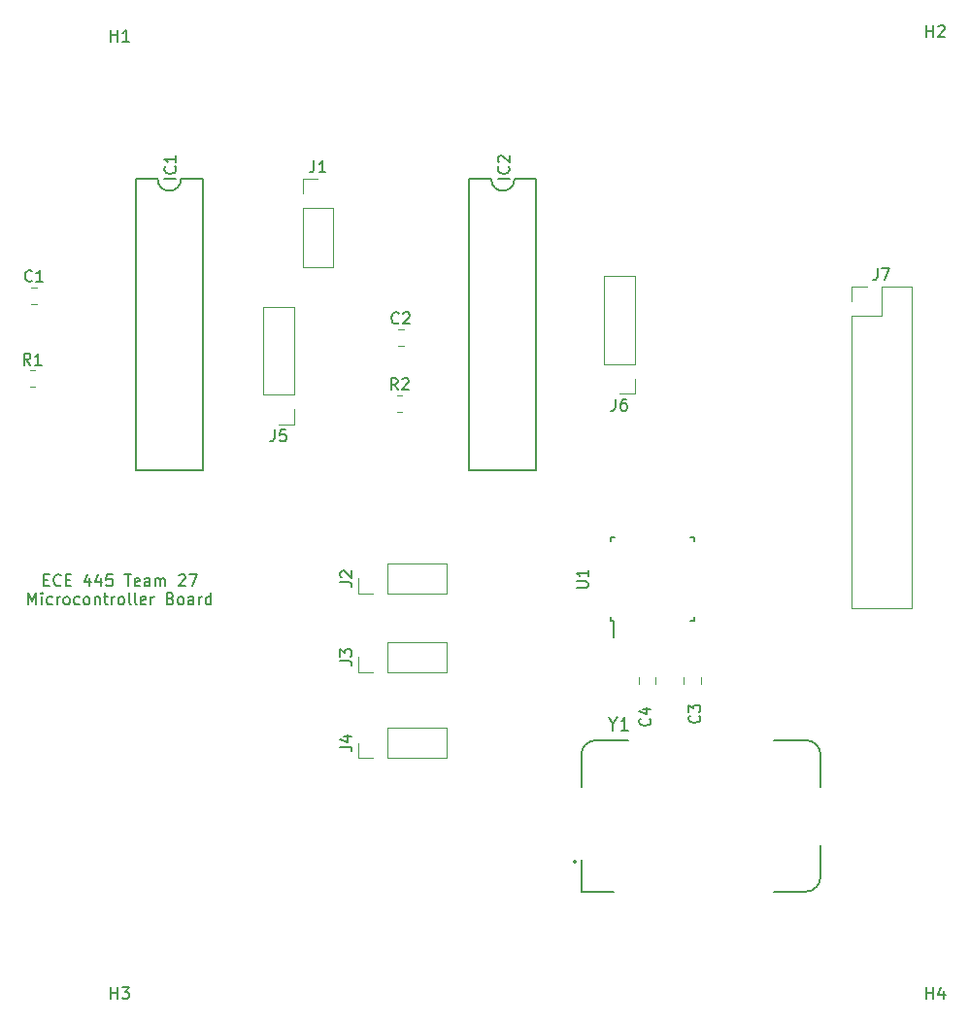
<source format=gbr>
%TF.GenerationSoftware,KiCad,Pcbnew,(6.0.1)*%
%TF.CreationDate,2022-03-29T06:33:39-05:00*%
%TF.ProjectId,microcontroller_board,6d696372-6f63-46f6-9e74-726f6c6c6572,rev?*%
%TF.SameCoordinates,Original*%
%TF.FileFunction,Legend,Top*%
%TF.FilePolarity,Positive*%
%FSLAX46Y46*%
G04 Gerber Fmt 4.6, Leading zero omitted, Abs format (unit mm)*
G04 Created by KiCad (PCBNEW (6.0.1)) date 2022-03-29 06:33:39*
%MOMM*%
%LPD*%
G01*
G04 APERTURE LIST*
%ADD10C,0.150000*%
%ADD11C,0.120000*%
%ADD12C,0.200000*%
%ADD13C,0.127000*%
%ADD14C,0.152400*%
G04 APERTURE END LIST*
D10*
X101330952Y-85483571D02*
X101664285Y-85483571D01*
X101807142Y-86007380D02*
X101330952Y-86007380D01*
X101330952Y-85007380D01*
X101807142Y-85007380D01*
X102807142Y-85912142D02*
X102759523Y-85959761D01*
X102616666Y-86007380D01*
X102521428Y-86007380D01*
X102378571Y-85959761D01*
X102283333Y-85864523D01*
X102235714Y-85769285D01*
X102188095Y-85578809D01*
X102188095Y-85435952D01*
X102235714Y-85245476D01*
X102283333Y-85150238D01*
X102378571Y-85055000D01*
X102521428Y-85007380D01*
X102616666Y-85007380D01*
X102759523Y-85055000D01*
X102807142Y-85102619D01*
X103235714Y-85483571D02*
X103569047Y-85483571D01*
X103711904Y-86007380D02*
X103235714Y-86007380D01*
X103235714Y-85007380D01*
X103711904Y-85007380D01*
X105330952Y-85340714D02*
X105330952Y-86007380D01*
X105092857Y-84959761D02*
X104854761Y-85674047D01*
X105473809Y-85674047D01*
X106283333Y-85340714D02*
X106283333Y-86007380D01*
X106045238Y-84959761D02*
X105807142Y-85674047D01*
X106426190Y-85674047D01*
X107283333Y-85007380D02*
X106807142Y-85007380D01*
X106759523Y-85483571D01*
X106807142Y-85435952D01*
X106902380Y-85388333D01*
X107140476Y-85388333D01*
X107235714Y-85435952D01*
X107283333Y-85483571D01*
X107330952Y-85578809D01*
X107330952Y-85816904D01*
X107283333Y-85912142D01*
X107235714Y-85959761D01*
X107140476Y-86007380D01*
X106902380Y-86007380D01*
X106807142Y-85959761D01*
X106759523Y-85912142D01*
X108378571Y-85007380D02*
X108950000Y-85007380D01*
X108664285Y-86007380D02*
X108664285Y-85007380D01*
X109664285Y-85959761D02*
X109569047Y-86007380D01*
X109378571Y-86007380D01*
X109283333Y-85959761D01*
X109235714Y-85864523D01*
X109235714Y-85483571D01*
X109283333Y-85388333D01*
X109378571Y-85340714D01*
X109569047Y-85340714D01*
X109664285Y-85388333D01*
X109711904Y-85483571D01*
X109711904Y-85578809D01*
X109235714Y-85674047D01*
X110569047Y-86007380D02*
X110569047Y-85483571D01*
X110521428Y-85388333D01*
X110426190Y-85340714D01*
X110235714Y-85340714D01*
X110140476Y-85388333D01*
X110569047Y-85959761D02*
X110473809Y-86007380D01*
X110235714Y-86007380D01*
X110140476Y-85959761D01*
X110092857Y-85864523D01*
X110092857Y-85769285D01*
X110140476Y-85674047D01*
X110235714Y-85626428D01*
X110473809Y-85626428D01*
X110569047Y-85578809D01*
X111045238Y-86007380D02*
X111045238Y-85340714D01*
X111045238Y-85435952D02*
X111092857Y-85388333D01*
X111188095Y-85340714D01*
X111330952Y-85340714D01*
X111426190Y-85388333D01*
X111473809Y-85483571D01*
X111473809Y-86007380D01*
X111473809Y-85483571D02*
X111521428Y-85388333D01*
X111616666Y-85340714D01*
X111759523Y-85340714D01*
X111854761Y-85388333D01*
X111902380Y-85483571D01*
X111902380Y-86007380D01*
X113092857Y-85102619D02*
X113140476Y-85055000D01*
X113235714Y-85007380D01*
X113473809Y-85007380D01*
X113569047Y-85055000D01*
X113616666Y-85102619D01*
X113664285Y-85197857D01*
X113664285Y-85293095D01*
X113616666Y-85435952D01*
X113045238Y-86007380D01*
X113664285Y-86007380D01*
X113997619Y-85007380D02*
X114664285Y-85007380D01*
X114235714Y-86007380D01*
X99997619Y-87617380D02*
X99997619Y-86617380D01*
X100330952Y-87331666D01*
X100664285Y-86617380D01*
X100664285Y-87617380D01*
X101140476Y-87617380D02*
X101140476Y-86950714D01*
X101140476Y-86617380D02*
X101092857Y-86665000D01*
X101140476Y-86712619D01*
X101188095Y-86665000D01*
X101140476Y-86617380D01*
X101140476Y-86712619D01*
X102045238Y-87569761D02*
X101950000Y-87617380D01*
X101759523Y-87617380D01*
X101664285Y-87569761D01*
X101616666Y-87522142D01*
X101569047Y-87426904D01*
X101569047Y-87141190D01*
X101616666Y-87045952D01*
X101664285Y-86998333D01*
X101759523Y-86950714D01*
X101950000Y-86950714D01*
X102045238Y-86998333D01*
X102473809Y-87617380D02*
X102473809Y-86950714D01*
X102473809Y-87141190D02*
X102521428Y-87045952D01*
X102569047Y-86998333D01*
X102664285Y-86950714D01*
X102759523Y-86950714D01*
X103235714Y-87617380D02*
X103140476Y-87569761D01*
X103092857Y-87522142D01*
X103045238Y-87426904D01*
X103045238Y-87141190D01*
X103092857Y-87045952D01*
X103140476Y-86998333D01*
X103235714Y-86950714D01*
X103378571Y-86950714D01*
X103473809Y-86998333D01*
X103521428Y-87045952D01*
X103569047Y-87141190D01*
X103569047Y-87426904D01*
X103521428Y-87522142D01*
X103473809Y-87569761D01*
X103378571Y-87617380D01*
X103235714Y-87617380D01*
X104426190Y-87569761D02*
X104330952Y-87617380D01*
X104140476Y-87617380D01*
X104045238Y-87569761D01*
X103997619Y-87522142D01*
X103950000Y-87426904D01*
X103950000Y-87141190D01*
X103997619Y-87045952D01*
X104045238Y-86998333D01*
X104140476Y-86950714D01*
X104330952Y-86950714D01*
X104426190Y-86998333D01*
X104997619Y-87617380D02*
X104902380Y-87569761D01*
X104854761Y-87522142D01*
X104807142Y-87426904D01*
X104807142Y-87141190D01*
X104854761Y-87045952D01*
X104902380Y-86998333D01*
X104997619Y-86950714D01*
X105140476Y-86950714D01*
X105235714Y-86998333D01*
X105283333Y-87045952D01*
X105330952Y-87141190D01*
X105330952Y-87426904D01*
X105283333Y-87522142D01*
X105235714Y-87569761D01*
X105140476Y-87617380D01*
X104997619Y-87617380D01*
X105759523Y-86950714D02*
X105759523Y-87617380D01*
X105759523Y-87045952D02*
X105807142Y-86998333D01*
X105902380Y-86950714D01*
X106045238Y-86950714D01*
X106140476Y-86998333D01*
X106188095Y-87093571D01*
X106188095Y-87617380D01*
X106521428Y-86950714D02*
X106902380Y-86950714D01*
X106664285Y-86617380D02*
X106664285Y-87474523D01*
X106711904Y-87569761D01*
X106807142Y-87617380D01*
X106902380Y-87617380D01*
X107235714Y-87617380D02*
X107235714Y-86950714D01*
X107235714Y-87141190D02*
X107283333Y-87045952D01*
X107330952Y-86998333D01*
X107426190Y-86950714D01*
X107521428Y-86950714D01*
X107997619Y-87617380D02*
X107902380Y-87569761D01*
X107854761Y-87522142D01*
X107807142Y-87426904D01*
X107807142Y-87141190D01*
X107854761Y-87045952D01*
X107902380Y-86998333D01*
X107997619Y-86950714D01*
X108140476Y-86950714D01*
X108235714Y-86998333D01*
X108283333Y-87045952D01*
X108330952Y-87141190D01*
X108330952Y-87426904D01*
X108283333Y-87522142D01*
X108235714Y-87569761D01*
X108140476Y-87617380D01*
X107997619Y-87617380D01*
X108902380Y-87617380D02*
X108807142Y-87569761D01*
X108759523Y-87474523D01*
X108759523Y-86617380D01*
X109426190Y-87617380D02*
X109330952Y-87569761D01*
X109283333Y-87474523D01*
X109283333Y-86617380D01*
X110188095Y-87569761D02*
X110092857Y-87617380D01*
X109902380Y-87617380D01*
X109807142Y-87569761D01*
X109759523Y-87474523D01*
X109759523Y-87093571D01*
X109807142Y-86998333D01*
X109902380Y-86950714D01*
X110092857Y-86950714D01*
X110188095Y-86998333D01*
X110235714Y-87093571D01*
X110235714Y-87188809D01*
X109759523Y-87284047D01*
X110664285Y-87617380D02*
X110664285Y-86950714D01*
X110664285Y-87141190D02*
X110711904Y-87045952D01*
X110759523Y-86998333D01*
X110854761Y-86950714D01*
X110950000Y-86950714D01*
X112378571Y-87093571D02*
X112521428Y-87141190D01*
X112569047Y-87188809D01*
X112616666Y-87284047D01*
X112616666Y-87426904D01*
X112569047Y-87522142D01*
X112521428Y-87569761D01*
X112426190Y-87617380D01*
X112045238Y-87617380D01*
X112045238Y-86617380D01*
X112378571Y-86617380D01*
X112473809Y-86665000D01*
X112521428Y-86712619D01*
X112569047Y-86807857D01*
X112569047Y-86903095D01*
X112521428Y-86998333D01*
X112473809Y-87045952D01*
X112378571Y-87093571D01*
X112045238Y-87093571D01*
X113188095Y-87617380D02*
X113092857Y-87569761D01*
X113045238Y-87522142D01*
X112997619Y-87426904D01*
X112997619Y-87141190D01*
X113045238Y-87045952D01*
X113092857Y-86998333D01*
X113188095Y-86950714D01*
X113330952Y-86950714D01*
X113426190Y-86998333D01*
X113473809Y-87045952D01*
X113521428Y-87141190D01*
X113521428Y-87426904D01*
X113473809Y-87522142D01*
X113426190Y-87569761D01*
X113330952Y-87617380D01*
X113188095Y-87617380D01*
X114378571Y-87617380D02*
X114378571Y-87093571D01*
X114330952Y-86998333D01*
X114235714Y-86950714D01*
X114045238Y-86950714D01*
X113950000Y-86998333D01*
X114378571Y-87569761D02*
X114283333Y-87617380D01*
X114045238Y-87617380D01*
X113950000Y-87569761D01*
X113902380Y-87474523D01*
X113902380Y-87379285D01*
X113950000Y-87284047D01*
X114045238Y-87236428D01*
X114283333Y-87236428D01*
X114378571Y-87188809D01*
X114854761Y-87617380D02*
X114854761Y-86950714D01*
X114854761Y-87141190D02*
X114902380Y-87045952D01*
X114950000Y-86998333D01*
X115045238Y-86950714D01*
X115140476Y-86950714D01*
X115902380Y-87617380D02*
X115902380Y-86617380D01*
X115902380Y-87569761D02*
X115807142Y-87617380D01*
X115616666Y-87617380D01*
X115521428Y-87569761D01*
X115473809Y-87522142D01*
X115426190Y-87426904D01*
X115426190Y-87141190D01*
X115473809Y-87045952D01*
X115521428Y-86998333D01*
X115616666Y-86950714D01*
X115807142Y-86950714D01*
X115902380Y-86998333D01*
%TO.C,J7*%
X174037666Y-58336380D02*
X174037666Y-59050666D01*
X173990047Y-59193523D01*
X173894809Y-59288761D01*
X173751952Y-59336380D01*
X173656714Y-59336380D01*
X174418619Y-58336380D02*
X175085285Y-58336380D01*
X174656714Y-59336380D01*
%TO.C,J6*%
X151177666Y-69727380D02*
X151177666Y-70441666D01*
X151130047Y-70584523D01*
X151034809Y-70679761D01*
X150891952Y-70727380D01*
X150796714Y-70727380D01*
X152082428Y-69727380D02*
X151891952Y-69727380D01*
X151796714Y-69775000D01*
X151749095Y-69822619D01*
X151653857Y-69965476D01*
X151606238Y-70155952D01*
X151606238Y-70536904D01*
X151653857Y-70632142D01*
X151701476Y-70679761D01*
X151796714Y-70727380D01*
X151987190Y-70727380D01*
X152082428Y-70679761D01*
X152130047Y-70632142D01*
X152177666Y-70536904D01*
X152177666Y-70298809D01*
X152130047Y-70203571D01*
X152082428Y-70155952D01*
X151987190Y-70108333D01*
X151796714Y-70108333D01*
X151701476Y-70155952D01*
X151653857Y-70203571D01*
X151606238Y-70298809D01*
%TO.C,J5*%
X121459666Y-72394380D02*
X121459666Y-73108666D01*
X121412047Y-73251523D01*
X121316809Y-73346761D01*
X121173952Y-73394380D01*
X121078714Y-73394380D01*
X122412047Y-72394380D02*
X121935857Y-72394380D01*
X121888238Y-72870571D01*
X121935857Y-72822952D01*
X122031095Y-72775333D01*
X122269190Y-72775333D01*
X122364428Y-72822952D01*
X122412047Y-72870571D01*
X122459666Y-72965809D01*
X122459666Y-73203904D01*
X122412047Y-73299142D01*
X122364428Y-73346761D01*
X122269190Y-73394380D01*
X122031095Y-73394380D01*
X121935857Y-73346761D01*
X121888238Y-73299142D01*
%TO.C,J4*%
X127170380Y-100028333D02*
X127884666Y-100028333D01*
X128027523Y-100075952D01*
X128122761Y-100171190D01*
X128170380Y-100314047D01*
X128170380Y-100409285D01*
X127503714Y-99123571D02*
X128170380Y-99123571D01*
X127122761Y-99361666D02*
X127837047Y-99599761D01*
X127837047Y-98980714D01*
%TO.C,J3*%
X127170380Y-92535333D02*
X127884666Y-92535333D01*
X128027523Y-92582952D01*
X128122761Y-92678190D01*
X128170380Y-92821047D01*
X128170380Y-92916285D01*
X127170380Y-92154380D02*
X127170380Y-91535333D01*
X127551333Y-91868666D01*
X127551333Y-91725809D01*
X127598952Y-91630571D01*
X127646571Y-91582952D01*
X127741809Y-91535333D01*
X127979904Y-91535333D01*
X128075142Y-91582952D01*
X128122761Y-91630571D01*
X128170380Y-91725809D01*
X128170380Y-92011523D01*
X128122761Y-92106761D01*
X128075142Y-92154380D01*
%TO.C,J2*%
X127170380Y-85677333D02*
X127884666Y-85677333D01*
X128027523Y-85724952D01*
X128122761Y-85820190D01*
X128170380Y-85963047D01*
X128170380Y-86058285D01*
X127265619Y-85248761D02*
X127218000Y-85201142D01*
X127170380Y-85105904D01*
X127170380Y-84867809D01*
X127218000Y-84772571D01*
X127265619Y-84724952D01*
X127360857Y-84677333D01*
X127456095Y-84677333D01*
X127598952Y-84724952D01*
X128170380Y-85296380D01*
X128170380Y-84677333D01*
%TO.C,J1*%
X124888666Y-48938380D02*
X124888666Y-49652666D01*
X124841047Y-49795523D01*
X124745809Y-49890761D01*
X124602952Y-49938380D01*
X124507714Y-49938380D01*
X125888666Y-49938380D02*
X125317238Y-49938380D01*
X125602952Y-49938380D02*
X125602952Y-48938380D01*
X125507714Y-49081238D01*
X125412476Y-49176476D01*
X125317238Y-49224095D01*
%TO.C,Y1*%
X150956460Y-98046004D02*
X150956460Y-98580818D01*
X150582090Y-97457708D02*
X150956460Y-98046004D01*
X151330830Y-97457708D01*
X152293496Y-98580818D02*
X151651719Y-98580818D01*
X151972607Y-98580818D02*
X151972607Y-97457708D01*
X151865645Y-97618152D01*
X151758682Y-97725115D01*
X151651719Y-97778597D01*
%TO.C,U1*%
X147777380Y-86173904D02*
X148586904Y-86173904D01*
X148682142Y-86126285D01*
X148729761Y-86078666D01*
X148777380Y-85983428D01*
X148777380Y-85792952D01*
X148729761Y-85697714D01*
X148682142Y-85650095D01*
X148586904Y-85602476D01*
X147777380Y-85602476D01*
X148777380Y-84602476D02*
X148777380Y-85173904D01*
X148777380Y-84888190D02*
X147777380Y-84888190D01*
X147920238Y-84983428D01*
X148015476Y-85078666D01*
X148063095Y-85173904D01*
%TO.C,R2*%
X132183333Y-68906380D02*
X131850000Y-68430190D01*
X131611904Y-68906380D02*
X131611904Y-67906380D01*
X131992857Y-67906380D01*
X132088095Y-67954000D01*
X132135714Y-68001619D01*
X132183333Y-68096857D01*
X132183333Y-68239714D01*
X132135714Y-68334952D01*
X132088095Y-68382571D01*
X131992857Y-68430190D01*
X131611904Y-68430190D01*
X132564285Y-68001619D02*
X132611904Y-67954000D01*
X132707142Y-67906380D01*
X132945238Y-67906380D01*
X133040476Y-67954000D01*
X133088095Y-68001619D01*
X133135714Y-68096857D01*
X133135714Y-68192095D01*
X133088095Y-68334952D01*
X132516666Y-68906380D01*
X133135714Y-68906380D01*
%TO.C,R1*%
X100163333Y-66747380D02*
X99830000Y-66271190D01*
X99591904Y-66747380D02*
X99591904Y-65747380D01*
X99972857Y-65747380D01*
X100068095Y-65795000D01*
X100115714Y-65842619D01*
X100163333Y-65937857D01*
X100163333Y-66080714D01*
X100115714Y-66175952D01*
X100068095Y-66223571D01*
X99972857Y-66271190D01*
X99591904Y-66271190D01*
X101115714Y-66747380D02*
X100544285Y-66747380D01*
X100830000Y-66747380D02*
X100830000Y-65747380D01*
X100734761Y-65890238D01*
X100639523Y-65985476D01*
X100544285Y-66033095D01*
%TO.C,IC2*%
X141930457Y-50504633D02*
X140930331Y-50504633D01*
X141835207Y-49456882D02*
X141882832Y-49504507D01*
X141930457Y-49647382D01*
X141930457Y-49742632D01*
X141882832Y-49885507D01*
X141787582Y-49980757D01*
X141692332Y-50028383D01*
X141501832Y-50076008D01*
X141358957Y-50076008D01*
X141168457Y-50028383D01*
X141073207Y-49980757D01*
X140977957Y-49885507D01*
X140930331Y-49742632D01*
X140930331Y-49647382D01*
X140977957Y-49504507D01*
X141025582Y-49456882D01*
X141025582Y-49075882D02*
X140977957Y-49028257D01*
X140930331Y-48933006D01*
X140930331Y-48694881D01*
X140977957Y-48599631D01*
X141025582Y-48552006D01*
X141120832Y-48504381D01*
X141216082Y-48504381D01*
X141358957Y-48552006D01*
X141930457Y-49123507D01*
X141930457Y-48504381D01*
%TO.C,IC1*%
X112847457Y-50504633D02*
X111847331Y-50504633D01*
X112752207Y-49456882D02*
X112799832Y-49504507D01*
X112847457Y-49647382D01*
X112847457Y-49742632D01*
X112799832Y-49885507D01*
X112704582Y-49980757D01*
X112609332Y-50028383D01*
X112418832Y-50076008D01*
X112275957Y-50076008D01*
X112085457Y-50028383D01*
X111990207Y-49980757D01*
X111894957Y-49885507D01*
X111847331Y-49742632D01*
X111847331Y-49647382D01*
X111894957Y-49504507D01*
X111942582Y-49456882D01*
X112847457Y-48504381D02*
X112847457Y-49075882D01*
X112847457Y-48790131D02*
X111847331Y-48790131D01*
X111990207Y-48885381D01*
X112085457Y-48980631D01*
X112133082Y-49075882D01*
%TO.C,H4*%
X178308095Y-121982380D02*
X178308095Y-120982380D01*
X178308095Y-121458571D02*
X178879523Y-121458571D01*
X178879523Y-121982380D02*
X178879523Y-120982380D01*
X179784285Y-121315714D02*
X179784285Y-121982380D01*
X179546190Y-120934761D02*
X179308095Y-121649047D01*
X179927142Y-121649047D01*
%TO.C,H3*%
X107188095Y-121982380D02*
X107188095Y-120982380D01*
X107188095Y-121458571D02*
X107759523Y-121458571D01*
X107759523Y-121982380D02*
X107759523Y-120982380D01*
X108140476Y-120982380D02*
X108759523Y-120982380D01*
X108426190Y-121363333D01*
X108569047Y-121363333D01*
X108664285Y-121410952D01*
X108711904Y-121458571D01*
X108759523Y-121553809D01*
X108759523Y-121791904D01*
X108711904Y-121887142D01*
X108664285Y-121934761D01*
X108569047Y-121982380D01*
X108283333Y-121982380D01*
X108188095Y-121934761D01*
X108140476Y-121887142D01*
%TO.C,H2*%
X178308095Y-38162380D02*
X178308095Y-37162380D01*
X178308095Y-37638571D02*
X178879523Y-37638571D01*
X178879523Y-38162380D02*
X178879523Y-37162380D01*
X179308095Y-37257619D02*
X179355714Y-37210000D01*
X179450952Y-37162380D01*
X179689047Y-37162380D01*
X179784285Y-37210000D01*
X179831904Y-37257619D01*
X179879523Y-37352857D01*
X179879523Y-37448095D01*
X179831904Y-37590952D01*
X179260476Y-38162380D01*
X179879523Y-38162380D01*
%TO.C,H1*%
X107188095Y-38543380D02*
X107188095Y-37543380D01*
X107188095Y-38019571D02*
X107759523Y-38019571D01*
X107759523Y-38543380D02*
X107759523Y-37543380D01*
X108759523Y-38543380D02*
X108188095Y-38543380D01*
X108473809Y-38543380D02*
X108473809Y-37543380D01*
X108378571Y-37686238D01*
X108283333Y-37781476D01*
X108188095Y-37829095D01*
%TO.C,C4*%
X154154142Y-97575666D02*
X154201761Y-97623285D01*
X154249380Y-97766142D01*
X154249380Y-97861380D01*
X154201761Y-98004238D01*
X154106523Y-98099476D01*
X154011285Y-98147095D01*
X153820809Y-98194714D01*
X153677952Y-98194714D01*
X153487476Y-98147095D01*
X153392238Y-98099476D01*
X153297000Y-98004238D01*
X153249380Y-97861380D01*
X153249380Y-97766142D01*
X153297000Y-97623285D01*
X153344619Y-97575666D01*
X153582714Y-96718523D02*
X154249380Y-96718523D01*
X153201761Y-96956619D02*
X153916047Y-97194714D01*
X153916047Y-96575666D01*
%TO.C,C3*%
X158472142Y-97321666D02*
X158519761Y-97369285D01*
X158567380Y-97512142D01*
X158567380Y-97607380D01*
X158519761Y-97750238D01*
X158424523Y-97845476D01*
X158329285Y-97893095D01*
X158138809Y-97940714D01*
X157995952Y-97940714D01*
X157805476Y-97893095D01*
X157710238Y-97845476D01*
X157615000Y-97750238D01*
X157567380Y-97607380D01*
X157567380Y-97512142D01*
X157615000Y-97369285D01*
X157662619Y-97321666D01*
X157567380Y-96988333D02*
X157567380Y-96369285D01*
X157948333Y-96702619D01*
X157948333Y-96559761D01*
X157995952Y-96464523D01*
X158043571Y-96416904D01*
X158138809Y-96369285D01*
X158376904Y-96369285D01*
X158472142Y-96416904D01*
X158519761Y-96464523D01*
X158567380Y-96559761D01*
X158567380Y-96845476D01*
X158519761Y-96940714D01*
X158472142Y-96988333D01*
%TO.C,C2*%
X132272833Y-63066142D02*
X132225214Y-63113761D01*
X132082357Y-63161380D01*
X131987119Y-63161380D01*
X131844261Y-63113761D01*
X131749023Y-63018523D01*
X131701404Y-62923285D01*
X131653785Y-62732809D01*
X131653785Y-62589952D01*
X131701404Y-62399476D01*
X131749023Y-62304238D01*
X131844261Y-62209000D01*
X131987119Y-62161380D01*
X132082357Y-62161380D01*
X132225214Y-62209000D01*
X132272833Y-62256619D01*
X132653785Y-62256619D02*
X132701404Y-62209000D01*
X132796642Y-62161380D01*
X133034738Y-62161380D01*
X133129976Y-62209000D01*
X133177595Y-62256619D01*
X133225214Y-62351857D01*
X133225214Y-62447095D01*
X133177595Y-62589952D01*
X132606166Y-63161380D01*
X133225214Y-63161380D01*
%TO.C,C1*%
X100290333Y-59383142D02*
X100242714Y-59430761D01*
X100099857Y-59478380D01*
X100004619Y-59478380D01*
X99861761Y-59430761D01*
X99766523Y-59335523D01*
X99718904Y-59240285D01*
X99671285Y-59049809D01*
X99671285Y-58906952D01*
X99718904Y-58716476D01*
X99766523Y-58621238D01*
X99861761Y-58526000D01*
X100004619Y-58478380D01*
X100099857Y-58478380D01*
X100242714Y-58526000D01*
X100290333Y-58573619D01*
X101242714Y-59478380D02*
X100671285Y-59478380D01*
X100957000Y-59478380D02*
X100957000Y-58478380D01*
X100861761Y-58621238D01*
X100766523Y-58716476D01*
X100671285Y-58764095D01*
D11*
%TO.C,J7*%
X171771000Y-87944000D02*
X176971000Y-87944000D01*
X171771000Y-62484000D02*
X171771000Y-87944000D01*
X176971000Y-59884000D02*
X176971000Y-87944000D01*
X171771000Y-62484000D02*
X174371000Y-62484000D01*
X174371000Y-62484000D02*
X174371000Y-59884000D01*
X174371000Y-59884000D02*
X176971000Y-59884000D01*
X171771000Y-61214000D02*
X171771000Y-59884000D01*
X171771000Y-59884000D02*
X173101000Y-59884000D01*
%TO.C,J6*%
X152841000Y-69275000D02*
X151511000Y-69275000D01*
X152841000Y-67945000D02*
X152841000Y-69275000D01*
X152841000Y-66675000D02*
X150181000Y-66675000D01*
X150181000Y-66675000D02*
X150181000Y-58995000D01*
X152841000Y-66675000D02*
X152841000Y-58995000D01*
X152841000Y-58995000D02*
X150181000Y-58995000D01*
%TO.C,J5*%
X123123000Y-61662000D02*
X120463000Y-61662000D01*
X123123000Y-69342000D02*
X123123000Y-61662000D01*
X120463000Y-69342000D02*
X120463000Y-61662000D01*
X123123000Y-69342000D02*
X120463000Y-69342000D01*
X123123000Y-70612000D02*
X123123000Y-71942000D01*
X123123000Y-71942000D02*
X121793000Y-71942000D01*
%TO.C,J4*%
X128718000Y-101025000D02*
X128718000Y-99695000D01*
X130048000Y-101025000D02*
X128718000Y-101025000D01*
X131318000Y-101025000D02*
X131318000Y-98365000D01*
X131318000Y-98365000D02*
X136458000Y-98365000D01*
X131318000Y-101025000D02*
X136458000Y-101025000D01*
X136458000Y-101025000D02*
X136458000Y-98365000D01*
%TO.C,J3*%
X136458000Y-93532000D02*
X136458000Y-90872000D01*
X131318000Y-93532000D02*
X136458000Y-93532000D01*
X131318000Y-90872000D02*
X136458000Y-90872000D01*
X131318000Y-93532000D02*
X131318000Y-90872000D01*
X130048000Y-93532000D02*
X128718000Y-93532000D01*
X128718000Y-93532000D02*
X128718000Y-92202000D01*
%TO.C,J2*%
X136458000Y-86674000D02*
X136458000Y-84014000D01*
X131318000Y-86674000D02*
X136458000Y-86674000D01*
X131318000Y-84014000D02*
X136458000Y-84014000D01*
X131318000Y-86674000D02*
X131318000Y-84014000D01*
X130048000Y-86674000D02*
X128718000Y-86674000D01*
X128718000Y-86674000D02*
X128718000Y-85344000D01*
%TO.C,J1*%
X123892000Y-58226000D02*
X126552000Y-58226000D01*
X123892000Y-53086000D02*
X123892000Y-58226000D01*
X126552000Y-53086000D02*
X126552000Y-58226000D01*
X123892000Y-53086000D02*
X126552000Y-53086000D01*
X123892000Y-51816000D02*
X123892000Y-50486000D01*
X123892000Y-50486000D02*
X125222000Y-50486000D01*
D12*
%TO.C,Y1*%
X147723000Y-110045000D02*
G75*
G03*
X147723000Y-110045000I-100000J0D01*
G01*
D13*
X169053000Y-100745000D02*
X169053000Y-103505000D01*
X169053000Y-100745000D02*
G75*
G03*
X167773000Y-99445000I-1290000J10000D01*
G01*
X164973000Y-99445000D02*
X167773000Y-99445000D01*
X169053000Y-111345000D02*
X169053000Y-108585000D01*
X167773000Y-112645000D02*
G75*
G03*
X169053000Y-111345000I-10000J1290000D01*
G01*
X164973000Y-112645000D02*
X167773000Y-112645000D01*
X148193000Y-112645000D02*
X151003000Y-112645000D01*
X148193000Y-109855000D02*
X148193000Y-112645000D01*
X148193000Y-100745000D02*
X148193000Y-103505000D01*
X149473000Y-99445000D02*
G75*
G03*
X148193000Y-100745000I10000J-1290000D01*
G01*
X152273000Y-99445000D02*
X149473000Y-99445000D01*
D10*
%TO.C,U1*%
X158000000Y-89037000D02*
X158000000Y-88712000D01*
X150750000Y-89037000D02*
X150975000Y-89037000D01*
X150750000Y-89037000D02*
X150750000Y-88712000D01*
X150750000Y-81787000D02*
X150750000Y-82112000D01*
X150750000Y-81787000D02*
X151075000Y-81787000D01*
X158000000Y-81787000D02*
X157675000Y-81787000D01*
X158000000Y-81787000D02*
X158000000Y-82112000D01*
X158000000Y-89037000D02*
X157675000Y-89037000D01*
X150975000Y-89037000D02*
X150975000Y-90462000D01*
D11*
%TO.C,R2*%
X132122936Y-69369000D02*
X132577064Y-69369000D01*
X132122936Y-70839000D02*
X132577064Y-70839000D01*
%TO.C,R1*%
X100102936Y-68680000D02*
X100557064Y-68680000D01*
X100102936Y-67210000D02*
X100557064Y-67210000D01*
D14*
%TO.C,IC2*%
X140335000Y-50546000D02*
G75*
G03*
X142367000Y-50546000I1016000J0D01*
G01*
X138430000Y-50546000D02*
X140335000Y-50546000D01*
X144272000Y-50546000D02*
X142367000Y-50546000D01*
X144272000Y-75946000D02*
X138430000Y-75946000D01*
X138430000Y-50546000D02*
X138430000Y-75946000D01*
X144272000Y-75946000D02*
X144272000Y-50546000D01*
%TO.C,IC1*%
X115189000Y-75946000D02*
X115189000Y-50546000D01*
X109347000Y-50546000D02*
X109347000Y-75946000D01*
X115189000Y-75946000D02*
X109347000Y-75946000D01*
X115189000Y-50546000D02*
X113284000Y-50546000D01*
X109347000Y-50546000D02*
X111252000Y-50546000D01*
X111252000Y-50546000D02*
G75*
G03*
X113284000Y-50546000I1016000J0D01*
G01*
D11*
%TO.C,C4*%
X154659000Y-93994248D02*
X154659000Y-94516752D01*
X153189000Y-93994248D02*
X153189000Y-94516752D01*
%TO.C,C3*%
X157126000Y-94516752D02*
X157126000Y-93994248D01*
X158596000Y-94516752D02*
X158596000Y-93994248D01*
%TO.C,C2*%
X132178248Y-63654000D02*
X132700752Y-63654000D01*
X132178248Y-65124000D02*
X132700752Y-65124000D01*
%TO.C,C1*%
X100195748Y-59971000D02*
X100718252Y-59971000D01*
X100195748Y-61441000D02*
X100718252Y-61441000D01*
%TD*%
M02*

</source>
